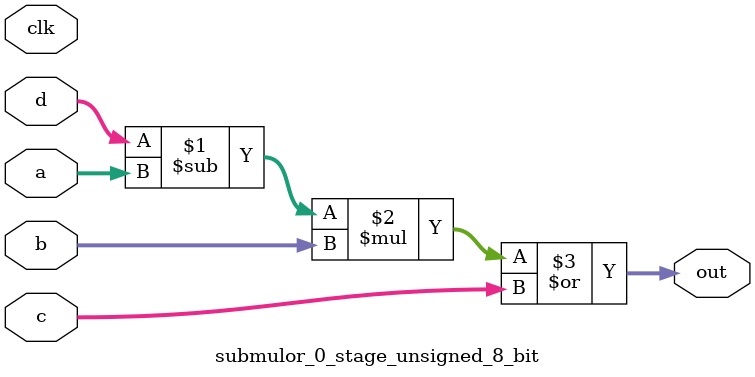
<source format=sv>
(* use_dsp = "yes" *) module submulor_0_stage_unsigned_8_bit(
	input  [7:0] a,
	input  [7:0] b,
	input  [7:0] c,
	input  [7:0] d,
	output [7:0] out,
	input clk);

	assign out = ((d - a) * b) | c;
endmodule

</source>
